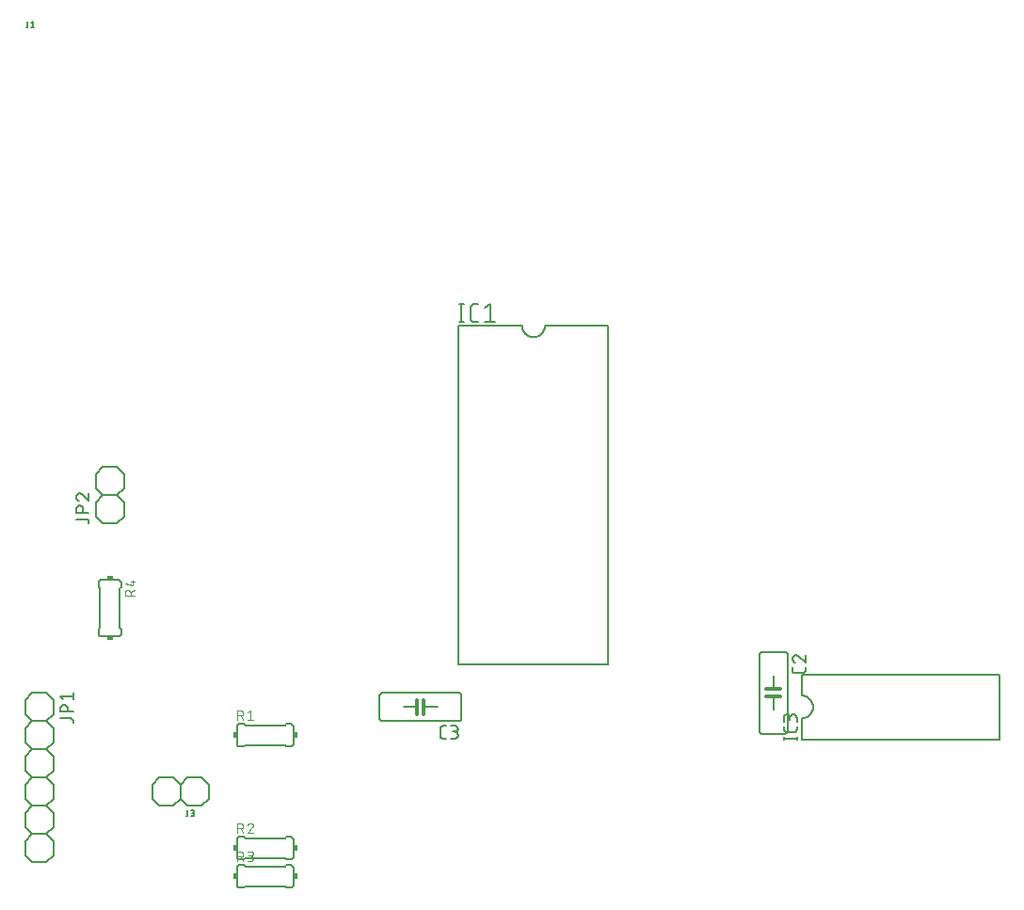
<source format=gbr>
G04 EAGLE Gerber RS-274X export*
G75*
%MOMM*%
%FSLAX34Y34*%
%LPD*%
%INSilkscreen Top*%
%IPPOS*%
%AMOC8*
5,1,8,0,0,1.08239X$1,22.5*%
G01*
%ADD10C,0.304800*%
%ADD11C,0.152400*%
%ADD12C,0.127000*%
%ADD13C,0.177800*%
%ADD14R,0.381000X0.508000*%
%ADD15C,0.101600*%
%ADD16R,0.508000X0.381000*%


D10*
X692150Y193548D02*
X685800Y193548D01*
X679450Y193548D01*
D11*
X685800Y193548D02*
X685800Y205740D01*
D10*
X685800Y187198D02*
X692150Y187198D01*
X685800Y187198D02*
X679450Y187198D01*
D11*
X685800Y187198D02*
X685800Y175260D01*
X695960Y227330D02*
X675640Y227330D01*
X673100Y224790D02*
X673100Y156210D01*
X675640Y153670D02*
X695960Y153670D01*
X698500Y156210D02*
X698500Y224790D01*
X698500Y156210D02*
X698498Y156110D01*
X698492Y156011D01*
X698482Y155911D01*
X698469Y155813D01*
X698451Y155714D01*
X698430Y155617D01*
X698405Y155521D01*
X698376Y155425D01*
X698343Y155331D01*
X698307Y155238D01*
X698267Y155147D01*
X698223Y155057D01*
X698176Y154969D01*
X698126Y154883D01*
X698072Y154799D01*
X698015Y154717D01*
X697955Y154638D01*
X697891Y154560D01*
X697825Y154486D01*
X697756Y154414D01*
X697684Y154345D01*
X697610Y154279D01*
X697532Y154215D01*
X697453Y154155D01*
X697371Y154098D01*
X697287Y154044D01*
X697201Y153994D01*
X697113Y153947D01*
X697023Y153903D01*
X696932Y153863D01*
X696839Y153827D01*
X696745Y153794D01*
X696649Y153765D01*
X696553Y153740D01*
X696456Y153719D01*
X696357Y153701D01*
X696259Y153688D01*
X696159Y153678D01*
X696060Y153672D01*
X695960Y153670D01*
X675640Y153670D02*
X675540Y153672D01*
X675441Y153678D01*
X675341Y153688D01*
X675243Y153701D01*
X675144Y153719D01*
X675047Y153740D01*
X674951Y153765D01*
X674855Y153794D01*
X674761Y153827D01*
X674668Y153863D01*
X674577Y153903D01*
X674487Y153947D01*
X674399Y153994D01*
X674313Y154044D01*
X674229Y154098D01*
X674147Y154155D01*
X674068Y154215D01*
X673990Y154279D01*
X673916Y154345D01*
X673844Y154414D01*
X673775Y154486D01*
X673709Y154560D01*
X673645Y154638D01*
X673585Y154717D01*
X673528Y154799D01*
X673474Y154883D01*
X673424Y154969D01*
X673377Y155057D01*
X673333Y155147D01*
X673293Y155238D01*
X673257Y155331D01*
X673224Y155425D01*
X673195Y155521D01*
X673170Y155617D01*
X673149Y155714D01*
X673131Y155813D01*
X673118Y155911D01*
X673108Y156011D01*
X673102Y156110D01*
X673100Y156210D01*
X673100Y224790D02*
X673102Y224890D01*
X673108Y224989D01*
X673118Y225089D01*
X673131Y225187D01*
X673149Y225286D01*
X673170Y225383D01*
X673195Y225479D01*
X673224Y225575D01*
X673257Y225669D01*
X673293Y225762D01*
X673333Y225853D01*
X673377Y225943D01*
X673424Y226031D01*
X673474Y226117D01*
X673528Y226201D01*
X673585Y226283D01*
X673645Y226362D01*
X673709Y226440D01*
X673775Y226514D01*
X673844Y226586D01*
X673916Y226655D01*
X673990Y226721D01*
X674068Y226785D01*
X674147Y226845D01*
X674229Y226902D01*
X674313Y226956D01*
X674399Y227006D01*
X674487Y227053D01*
X674577Y227097D01*
X674668Y227137D01*
X674761Y227173D01*
X674855Y227206D01*
X674951Y227235D01*
X675047Y227260D01*
X675144Y227281D01*
X675243Y227299D01*
X675341Y227312D01*
X675441Y227322D01*
X675540Y227328D01*
X675640Y227330D01*
X695960Y227330D02*
X696060Y227328D01*
X696159Y227322D01*
X696259Y227312D01*
X696357Y227299D01*
X696456Y227281D01*
X696553Y227260D01*
X696649Y227235D01*
X696745Y227206D01*
X696839Y227173D01*
X696932Y227137D01*
X697023Y227097D01*
X697113Y227053D01*
X697201Y227006D01*
X697287Y226956D01*
X697371Y226902D01*
X697453Y226845D01*
X697532Y226785D01*
X697610Y226721D01*
X697684Y226655D01*
X697756Y226586D01*
X697825Y226514D01*
X697891Y226440D01*
X697955Y226362D01*
X698015Y226283D01*
X698072Y226201D01*
X698126Y226117D01*
X698176Y226031D01*
X698223Y225943D01*
X698267Y225853D01*
X698307Y225762D01*
X698343Y225669D01*
X698376Y225575D01*
X698405Y225479D01*
X698430Y225383D01*
X698451Y225286D01*
X698469Y225187D01*
X698482Y225089D01*
X698492Y224989D01*
X698498Y224890D01*
X698500Y224790D01*
D12*
X714375Y213323D02*
X714375Y210783D01*
X714373Y210683D01*
X714367Y210584D01*
X714357Y210484D01*
X714344Y210386D01*
X714326Y210287D01*
X714305Y210190D01*
X714280Y210094D01*
X714251Y209998D01*
X714218Y209904D01*
X714182Y209811D01*
X714142Y209720D01*
X714098Y209630D01*
X714051Y209542D01*
X714001Y209456D01*
X713947Y209372D01*
X713890Y209290D01*
X713830Y209211D01*
X713766Y209133D01*
X713700Y209059D01*
X713631Y208987D01*
X713559Y208918D01*
X713485Y208852D01*
X713407Y208788D01*
X713328Y208728D01*
X713246Y208671D01*
X713162Y208617D01*
X713076Y208567D01*
X712988Y208520D01*
X712898Y208476D01*
X712807Y208436D01*
X712714Y208400D01*
X712620Y208367D01*
X712524Y208338D01*
X712428Y208313D01*
X712331Y208292D01*
X712232Y208274D01*
X712134Y208261D01*
X712034Y208251D01*
X711935Y208245D01*
X711835Y208243D01*
X705485Y208243D01*
X705385Y208245D01*
X705286Y208251D01*
X705186Y208261D01*
X705088Y208274D01*
X704989Y208292D01*
X704892Y208313D01*
X704796Y208338D01*
X704700Y208367D01*
X704606Y208400D01*
X704513Y208436D01*
X704422Y208476D01*
X704332Y208520D01*
X704244Y208567D01*
X704158Y208617D01*
X704074Y208671D01*
X703992Y208728D01*
X703913Y208788D01*
X703835Y208852D01*
X703761Y208918D01*
X703689Y208987D01*
X703620Y209059D01*
X703554Y209133D01*
X703490Y209211D01*
X703430Y209290D01*
X703373Y209372D01*
X703319Y209456D01*
X703269Y209542D01*
X703222Y209630D01*
X703178Y209720D01*
X703138Y209811D01*
X703102Y209904D01*
X703069Y209998D01*
X703040Y210094D01*
X703015Y210190D01*
X702994Y210287D01*
X702976Y210386D01*
X702963Y210484D01*
X702953Y210584D01*
X702947Y210683D01*
X702945Y210783D01*
X702945Y213323D01*
X702945Y221298D02*
X702947Y221402D01*
X702953Y221507D01*
X702962Y221611D01*
X702975Y221714D01*
X702993Y221817D01*
X703013Y221919D01*
X703038Y222021D01*
X703066Y222121D01*
X703098Y222221D01*
X703134Y222319D01*
X703173Y222416D01*
X703215Y222511D01*
X703261Y222605D01*
X703311Y222697D01*
X703363Y222787D01*
X703419Y222875D01*
X703479Y222961D01*
X703541Y223045D01*
X703606Y223126D01*
X703674Y223205D01*
X703746Y223282D01*
X703819Y223355D01*
X703896Y223427D01*
X703975Y223495D01*
X704056Y223560D01*
X704140Y223622D01*
X704226Y223682D01*
X704314Y223738D01*
X704404Y223790D01*
X704496Y223840D01*
X704590Y223886D01*
X704685Y223928D01*
X704782Y223967D01*
X704880Y224003D01*
X704980Y224035D01*
X705080Y224063D01*
X705182Y224088D01*
X705284Y224108D01*
X705387Y224126D01*
X705490Y224139D01*
X705594Y224148D01*
X705699Y224154D01*
X705803Y224156D01*
X702945Y221298D02*
X702947Y221180D01*
X702953Y221061D01*
X702962Y220943D01*
X702975Y220826D01*
X702993Y220709D01*
X703013Y220592D01*
X703038Y220476D01*
X703066Y220361D01*
X703099Y220248D01*
X703134Y220135D01*
X703174Y220023D01*
X703216Y219913D01*
X703263Y219804D01*
X703313Y219696D01*
X703366Y219591D01*
X703423Y219487D01*
X703483Y219385D01*
X703546Y219285D01*
X703613Y219187D01*
X703682Y219091D01*
X703755Y218998D01*
X703831Y218907D01*
X703909Y218818D01*
X703991Y218732D01*
X704075Y218649D01*
X704161Y218568D01*
X704251Y218491D01*
X704342Y218416D01*
X704436Y218344D01*
X704533Y218275D01*
X704631Y218210D01*
X704732Y218147D01*
X704835Y218088D01*
X704939Y218032D01*
X705045Y217980D01*
X705153Y217931D01*
X705262Y217886D01*
X705373Y217844D01*
X705485Y217806D01*
X708025Y223203D02*
X707950Y223279D01*
X707871Y223354D01*
X707790Y223425D01*
X707706Y223494D01*
X707620Y223559D01*
X707532Y223621D01*
X707442Y223681D01*
X707350Y223737D01*
X707255Y223790D01*
X707159Y223839D01*
X707061Y223885D01*
X706962Y223928D01*
X706861Y223967D01*
X706759Y224002D01*
X706656Y224034D01*
X706552Y224062D01*
X706447Y224087D01*
X706340Y224108D01*
X706234Y224125D01*
X706127Y224138D01*
X706019Y224147D01*
X705911Y224153D01*
X705803Y224155D01*
X708025Y223203D02*
X714375Y217805D01*
X714375Y224155D01*
D10*
X371348Y177800D02*
X371348Y171450D01*
X371348Y177800D02*
X371348Y184150D01*
D11*
X371348Y177800D02*
X383540Y177800D01*
D10*
X364998Y177800D02*
X364998Y171450D01*
X364998Y177800D02*
X364998Y184150D01*
D11*
X364998Y177800D02*
X353060Y177800D01*
X405130Y167640D02*
X405130Y187960D01*
X402590Y190500D02*
X334010Y190500D01*
X331470Y187960D02*
X331470Y167640D01*
X334010Y165100D02*
X402590Y165100D01*
X334010Y165100D02*
X333910Y165102D01*
X333811Y165108D01*
X333711Y165118D01*
X333613Y165131D01*
X333514Y165149D01*
X333417Y165170D01*
X333321Y165195D01*
X333225Y165224D01*
X333131Y165257D01*
X333038Y165293D01*
X332947Y165333D01*
X332857Y165377D01*
X332769Y165424D01*
X332683Y165474D01*
X332599Y165528D01*
X332517Y165585D01*
X332438Y165645D01*
X332360Y165709D01*
X332286Y165775D01*
X332214Y165844D01*
X332145Y165916D01*
X332079Y165990D01*
X332015Y166068D01*
X331955Y166147D01*
X331898Y166229D01*
X331844Y166313D01*
X331794Y166399D01*
X331747Y166487D01*
X331703Y166577D01*
X331663Y166668D01*
X331627Y166761D01*
X331594Y166855D01*
X331565Y166951D01*
X331540Y167047D01*
X331519Y167144D01*
X331501Y167243D01*
X331488Y167341D01*
X331478Y167441D01*
X331472Y167540D01*
X331470Y167640D01*
X331470Y187960D02*
X331472Y188060D01*
X331478Y188159D01*
X331488Y188259D01*
X331501Y188357D01*
X331519Y188456D01*
X331540Y188553D01*
X331565Y188649D01*
X331594Y188745D01*
X331627Y188839D01*
X331663Y188932D01*
X331703Y189023D01*
X331747Y189113D01*
X331794Y189201D01*
X331844Y189287D01*
X331898Y189371D01*
X331955Y189453D01*
X332015Y189532D01*
X332079Y189610D01*
X332145Y189684D01*
X332214Y189756D01*
X332286Y189825D01*
X332360Y189891D01*
X332438Y189955D01*
X332517Y190015D01*
X332599Y190072D01*
X332683Y190126D01*
X332769Y190176D01*
X332857Y190223D01*
X332947Y190267D01*
X333038Y190307D01*
X333131Y190343D01*
X333225Y190376D01*
X333321Y190405D01*
X333417Y190430D01*
X333514Y190451D01*
X333613Y190469D01*
X333711Y190482D01*
X333811Y190492D01*
X333910Y190498D01*
X334010Y190500D01*
X402590Y190500D02*
X402690Y190498D01*
X402789Y190492D01*
X402889Y190482D01*
X402987Y190469D01*
X403086Y190451D01*
X403183Y190430D01*
X403279Y190405D01*
X403375Y190376D01*
X403469Y190343D01*
X403562Y190307D01*
X403653Y190267D01*
X403743Y190223D01*
X403831Y190176D01*
X403917Y190126D01*
X404001Y190072D01*
X404083Y190015D01*
X404162Y189955D01*
X404240Y189891D01*
X404314Y189825D01*
X404386Y189756D01*
X404455Y189684D01*
X404521Y189610D01*
X404585Y189532D01*
X404645Y189453D01*
X404702Y189371D01*
X404756Y189287D01*
X404806Y189201D01*
X404853Y189113D01*
X404897Y189023D01*
X404937Y188932D01*
X404973Y188839D01*
X405006Y188745D01*
X405035Y188649D01*
X405060Y188553D01*
X405081Y188456D01*
X405099Y188357D01*
X405112Y188259D01*
X405122Y188159D01*
X405128Y188060D01*
X405130Y187960D01*
X405130Y167640D02*
X405128Y167540D01*
X405122Y167441D01*
X405112Y167341D01*
X405099Y167243D01*
X405081Y167144D01*
X405060Y167047D01*
X405035Y166951D01*
X405006Y166855D01*
X404973Y166761D01*
X404937Y166668D01*
X404897Y166577D01*
X404853Y166487D01*
X404806Y166399D01*
X404756Y166313D01*
X404702Y166229D01*
X404645Y166147D01*
X404585Y166068D01*
X404521Y165990D01*
X404455Y165916D01*
X404386Y165844D01*
X404314Y165775D01*
X404240Y165709D01*
X404162Y165645D01*
X404083Y165585D01*
X404001Y165528D01*
X403917Y165474D01*
X403831Y165424D01*
X403743Y165377D01*
X403653Y165333D01*
X403562Y165293D01*
X403469Y165257D01*
X403375Y165224D01*
X403279Y165195D01*
X403183Y165170D01*
X403086Y165149D01*
X402987Y165131D01*
X402889Y165118D01*
X402789Y165108D01*
X402690Y165102D01*
X402590Y165100D01*
D12*
X391123Y149225D02*
X388583Y149225D01*
X388483Y149227D01*
X388384Y149233D01*
X388284Y149243D01*
X388186Y149256D01*
X388087Y149274D01*
X387990Y149295D01*
X387894Y149320D01*
X387798Y149349D01*
X387704Y149382D01*
X387611Y149418D01*
X387520Y149458D01*
X387430Y149502D01*
X387342Y149549D01*
X387256Y149599D01*
X387172Y149653D01*
X387090Y149710D01*
X387011Y149770D01*
X386933Y149834D01*
X386859Y149900D01*
X386787Y149969D01*
X386718Y150041D01*
X386652Y150115D01*
X386588Y150193D01*
X386528Y150272D01*
X386471Y150354D01*
X386417Y150438D01*
X386367Y150524D01*
X386320Y150612D01*
X386276Y150702D01*
X386236Y150793D01*
X386200Y150886D01*
X386167Y150980D01*
X386138Y151076D01*
X386113Y151172D01*
X386092Y151269D01*
X386074Y151368D01*
X386061Y151466D01*
X386051Y151566D01*
X386045Y151665D01*
X386043Y151765D01*
X386043Y158115D01*
X386045Y158215D01*
X386051Y158314D01*
X386061Y158414D01*
X386074Y158512D01*
X386092Y158611D01*
X386113Y158708D01*
X386138Y158804D01*
X386167Y158900D01*
X386200Y158994D01*
X386236Y159087D01*
X386276Y159178D01*
X386320Y159268D01*
X386367Y159356D01*
X386417Y159442D01*
X386471Y159526D01*
X386528Y159608D01*
X386588Y159687D01*
X386652Y159765D01*
X386718Y159839D01*
X386787Y159911D01*
X386859Y159980D01*
X386933Y160046D01*
X387011Y160110D01*
X387090Y160170D01*
X387172Y160227D01*
X387256Y160281D01*
X387342Y160331D01*
X387430Y160378D01*
X387520Y160422D01*
X387611Y160462D01*
X387704Y160498D01*
X387798Y160531D01*
X387894Y160560D01*
X387990Y160585D01*
X388087Y160606D01*
X388186Y160624D01*
X388284Y160637D01*
X388384Y160647D01*
X388483Y160653D01*
X388583Y160655D01*
X391123Y160655D01*
X395605Y149225D02*
X398780Y149225D01*
X398891Y149227D01*
X399001Y149233D01*
X399112Y149242D01*
X399222Y149256D01*
X399331Y149273D01*
X399440Y149294D01*
X399548Y149319D01*
X399655Y149348D01*
X399761Y149380D01*
X399866Y149416D01*
X399969Y149456D01*
X400071Y149499D01*
X400172Y149546D01*
X400271Y149597D01*
X400368Y149650D01*
X400462Y149707D01*
X400555Y149768D01*
X400646Y149831D01*
X400735Y149898D01*
X400821Y149968D01*
X400904Y150041D01*
X400986Y150116D01*
X401064Y150194D01*
X401139Y150276D01*
X401212Y150359D01*
X401282Y150445D01*
X401349Y150534D01*
X401412Y150625D01*
X401473Y150718D01*
X401530Y150812D01*
X401583Y150909D01*
X401634Y151008D01*
X401681Y151109D01*
X401724Y151211D01*
X401764Y151314D01*
X401800Y151419D01*
X401832Y151525D01*
X401861Y151632D01*
X401886Y151740D01*
X401907Y151849D01*
X401924Y151958D01*
X401938Y152068D01*
X401947Y152179D01*
X401953Y152289D01*
X401955Y152400D01*
X401953Y152511D01*
X401947Y152621D01*
X401938Y152732D01*
X401924Y152842D01*
X401907Y152951D01*
X401886Y153060D01*
X401861Y153168D01*
X401832Y153275D01*
X401800Y153381D01*
X401764Y153486D01*
X401724Y153589D01*
X401681Y153691D01*
X401634Y153792D01*
X401583Y153891D01*
X401530Y153987D01*
X401473Y154082D01*
X401412Y154175D01*
X401349Y154266D01*
X401282Y154355D01*
X401212Y154441D01*
X401139Y154524D01*
X401064Y154606D01*
X400986Y154684D01*
X400904Y154759D01*
X400821Y154832D01*
X400735Y154902D01*
X400646Y154969D01*
X400555Y155032D01*
X400462Y155093D01*
X400368Y155150D01*
X400271Y155203D01*
X400172Y155254D01*
X400071Y155301D01*
X399969Y155344D01*
X399866Y155384D01*
X399761Y155420D01*
X399655Y155452D01*
X399548Y155481D01*
X399440Y155506D01*
X399331Y155527D01*
X399222Y155544D01*
X399112Y155558D01*
X399001Y155567D01*
X398891Y155573D01*
X398780Y155575D01*
X399415Y160655D02*
X395605Y160655D01*
X399415Y160655D02*
X399515Y160653D01*
X399614Y160647D01*
X399714Y160637D01*
X399812Y160624D01*
X399911Y160606D01*
X400008Y160585D01*
X400104Y160560D01*
X400200Y160531D01*
X400294Y160498D01*
X400387Y160462D01*
X400478Y160422D01*
X400568Y160378D01*
X400656Y160331D01*
X400742Y160281D01*
X400826Y160227D01*
X400908Y160170D01*
X400987Y160110D01*
X401065Y160046D01*
X401139Y159980D01*
X401211Y159911D01*
X401280Y159839D01*
X401346Y159765D01*
X401410Y159687D01*
X401470Y159608D01*
X401527Y159526D01*
X401581Y159442D01*
X401631Y159356D01*
X401678Y159268D01*
X401722Y159178D01*
X401762Y159087D01*
X401798Y158994D01*
X401831Y158900D01*
X401860Y158804D01*
X401885Y158708D01*
X401906Y158611D01*
X401924Y158512D01*
X401937Y158414D01*
X401947Y158314D01*
X401953Y158215D01*
X401955Y158115D01*
X401953Y158015D01*
X401947Y157916D01*
X401937Y157816D01*
X401924Y157718D01*
X401906Y157619D01*
X401885Y157522D01*
X401860Y157426D01*
X401831Y157330D01*
X401798Y157236D01*
X401762Y157143D01*
X401722Y157052D01*
X401678Y156962D01*
X401631Y156874D01*
X401581Y156788D01*
X401527Y156704D01*
X401470Y156622D01*
X401410Y156543D01*
X401346Y156465D01*
X401280Y156391D01*
X401211Y156319D01*
X401139Y156250D01*
X401065Y156184D01*
X400987Y156120D01*
X400908Y156060D01*
X400826Y156003D01*
X400742Y155949D01*
X400656Y155899D01*
X400568Y155852D01*
X400478Y155808D01*
X400387Y155768D01*
X400294Y155732D01*
X400200Y155699D01*
X400104Y155670D01*
X400008Y155645D01*
X399911Y155624D01*
X399812Y155606D01*
X399714Y155593D01*
X399614Y155583D01*
X399515Y155577D01*
X399415Y155575D01*
X396875Y155575D01*
D11*
X480060Y520700D02*
X537210Y520700D01*
X459740Y520700D02*
X402590Y520700D01*
X459740Y520700D02*
X459743Y520453D01*
X459752Y520205D01*
X459767Y519958D01*
X459788Y519712D01*
X459815Y519466D01*
X459848Y519221D01*
X459887Y518976D01*
X459932Y518733D01*
X459983Y518491D01*
X460040Y518250D01*
X460102Y518011D01*
X460171Y517773D01*
X460245Y517537D01*
X460325Y517303D01*
X460410Y517071D01*
X460502Y516841D01*
X460598Y516613D01*
X460701Y516388D01*
X460808Y516165D01*
X460922Y515945D01*
X461040Y515728D01*
X461164Y515513D01*
X461293Y515302D01*
X461427Y515094D01*
X461566Y514889D01*
X461710Y514688D01*
X461858Y514490D01*
X462012Y514296D01*
X462170Y514106D01*
X462333Y513920D01*
X462500Y513738D01*
X462672Y513560D01*
X462848Y513386D01*
X463028Y513216D01*
X463213Y513051D01*
X463401Y512891D01*
X463593Y512735D01*
X463789Y512583D01*
X463988Y512437D01*
X464191Y512295D01*
X464398Y512159D01*
X464607Y512027D01*
X464820Y511901D01*
X465036Y511780D01*
X465254Y511664D01*
X465476Y511554D01*
X465700Y511449D01*
X465926Y511349D01*
X466155Y511255D01*
X466386Y511167D01*
X466620Y511084D01*
X466855Y511007D01*
X467092Y510936D01*
X467330Y510870D01*
X467570Y510811D01*
X467812Y510757D01*
X468055Y510709D01*
X468298Y510667D01*
X468543Y510631D01*
X468789Y510601D01*
X469035Y510577D01*
X469282Y510559D01*
X469529Y510547D01*
X469776Y510541D01*
X470024Y510541D01*
X470271Y510547D01*
X470518Y510559D01*
X470765Y510577D01*
X471011Y510601D01*
X471257Y510631D01*
X471502Y510667D01*
X471745Y510709D01*
X471988Y510757D01*
X472230Y510811D01*
X472470Y510870D01*
X472708Y510936D01*
X472945Y511007D01*
X473180Y511084D01*
X473414Y511167D01*
X473645Y511255D01*
X473874Y511349D01*
X474100Y511449D01*
X474324Y511554D01*
X474546Y511664D01*
X474764Y511780D01*
X474980Y511901D01*
X475193Y512027D01*
X475402Y512159D01*
X475609Y512295D01*
X475812Y512437D01*
X476011Y512583D01*
X476207Y512735D01*
X476399Y512891D01*
X476587Y513051D01*
X476772Y513216D01*
X476952Y513386D01*
X477128Y513560D01*
X477300Y513738D01*
X477467Y513920D01*
X477630Y514106D01*
X477788Y514296D01*
X477942Y514490D01*
X478090Y514688D01*
X478234Y514889D01*
X478373Y515094D01*
X478507Y515302D01*
X478636Y515513D01*
X478760Y515728D01*
X478878Y515945D01*
X478992Y516165D01*
X479099Y516388D01*
X479202Y516613D01*
X479298Y516841D01*
X479390Y517071D01*
X479475Y517303D01*
X479555Y517537D01*
X479629Y517773D01*
X479698Y518011D01*
X479760Y518250D01*
X479817Y518491D01*
X479868Y518733D01*
X479913Y518976D01*
X479952Y519221D01*
X479985Y519466D01*
X480012Y519712D01*
X480033Y519958D01*
X480048Y520205D01*
X480057Y520453D01*
X480060Y520700D01*
X402590Y520700D02*
X402590Y215900D01*
X537210Y215900D01*
X537210Y520700D01*
D13*
X405257Y524129D02*
X405257Y540131D01*
X403479Y524129D02*
X407035Y524129D01*
X407035Y540131D02*
X403479Y540131D01*
X416829Y524129D02*
X420385Y524129D01*
X416829Y524129D02*
X416713Y524131D01*
X416596Y524137D01*
X416480Y524146D01*
X416365Y524159D01*
X416250Y524176D01*
X416135Y524197D01*
X416022Y524222D01*
X415909Y524250D01*
X415797Y524282D01*
X415686Y524318D01*
X415576Y524357D01*
X415468Y524400D01*
X415361Y524446D01*
X415256Y524496D01*
X415153Y524549D01*
X415051Y524605D01*
X414951Y524665D01*
X414853Y524728D01*
X414758Y524795D01*
X414664Y524864D01*
X414573Y524936D01*
X414484Y525011D01*
X414398Y525090D01*
X414315Y525171D01*
X414234Y525254D01*
X414155Y525340D01*
X414080Y525429D01*
X414008Y525520D01*
X413939Y525614D01*
X413872Y525709D01*
X413809Y525807D01*
X413749Y525907D01*
X413693Y526009D01*
X413640Y526112D01*
X413590Y526217D01*
X413544Y526324D01*
X413501Y526432D01*
X413462Y526542D01*
X413426Y526653D01*
X413394Y526765D01*
X413366Y526878D01*
X413341Y526991D01*
X413320Y527106D01*
X413303Y527221D01*
X413290Y527336D01*
X413281Y527452D01*
X413275Y527569D01*
X413273Y527685D01*
X413273Y536575D01*
X413275Y536691D01*
X413281Y536808D01*
X413290Y536924D01*
X413303Y537039D01*
X413320Y537154D01*
X413341Y537269D01*
X413366Y537382D01*
X413394Y537495D01*
X413426Y537607D01*
X413462Y537718D01*
X413501Y537828D01*
X413544Y537936D01*
X413590Y538043D01*
X413640Y538148D01*
X413693Y538251D01*
X413749Y538353D01*
X413809Y538453D01*
X413872Y538551D01*
X413939Y538646D01*
X414008Y538740D01*
X414080Y538831D01*
X414155Y538920D01*
X414234Y539006D01*
X414315Y539089D01*
X414398Y539170D01*
X414484Y539249D01*
X414573Y539324D01*
X414664Y539396D01*
X414758Y539465D01*
X414853Y539532D01*
X414951Y539595D01*
X415051Y539655D01*
X415153Y539711D01*
X415256Y539764D01*
X415361Y539814D01*
X415468Y539860D01*
X415576Y539903D01*
X415686Y539942D01*
X415797Y539978D01*
X415909Y540010D01*
X416022Y540038D01*
X416135Y540063D01*
X416250Y540084D01*
X416365Y540101D01*
X416480Y540114D01*
X416596Y540123D01*
X416713Y540129D01*
X416829Y540131D01*
X420385Y540131D01*
X426343Y536575D02*
X430788Y540131D01*
X430788Y524129D01*
X426343Y524129D02*
X435233Y524129D01*
D11*
X711200Y207010D02*
X889000Y207010D01*
X889000Y148590D02*
X711200Y148590D01*
X889000Y148590D02*
X889000Y207010D01*
X711200Y207010D02*
X711200Y187960D01*
X711200Y167640D02*
X711200Y148590D01*
X711200Y167640D02*
X711447Y167643D01*
X711695Y167652D01*
X711942Y167667D01*
X712188Y167688D01*
X712434Y167715D01*
X712679Y167748D01*
X712924Y167787D01*
X713167Y167832D01*
X713409Y167883D01*
X713650Y167940D01*
X713889Y168002D01*
X714127Y168071D01*
X714363Y168145D01*
X714597Y168225D01*
X714829Y168310D01*
X715059Y168402D01*
X715287Y168498D01*
X715512Y168601D01*
X715735Y168708D01*
X715955Y168822D01*
X716172Y168940D01*
X716387Y169064D01*
X716598Y169193D01*
X716806Y169327D01*
X717011Y169466D01*
X717212Y169610D01*
X717410Y169758D01*
X717604Y169912D01*
X717794Y170070D01*
X717980Y170233D01*
X718162Y170400D01*
X718340Y170572D01*
X718514Y170748D01*
X718684Y170928D01*
X718849Y171113D01*
X719009Y171301D01*
X719165Y171493D01*
X719317Y171689D01*
X719463Y171888D01*
X719605Y172091D01*
X719741Y172298D01*
X719873Y172507D01*
X719999Y172720D01*
X720120Y172936D01*
X720236Y173154D01*
X720346Y173376D01*
X720451Y173600D01*
X720551Y173826D01*
X720645Y174055D01*
X720733Y174286D01*
X720816Y174520D01*
X720893Y174755D01*
X720964Y174992D01*
X721030Y175230D01*
X721089Y175470D01*
X721143Y175712D01*
X721191Y175955D01*
X721233Y176198D01*
X721269Y176443D01*
X721299Y176689D01*
X721323Y176935D01*
X721341Y177182D01*
X721353Y177429D01*
X721359Y177676D01*
X721359Y177924D01*
X721353Y178171D01*
X721341Y178418D01*
X721323Y178665D01*
X721299Y178911D01*
X721269Y179157D01*
X721233Y179402D01*
X721191Y179645D01*
X721143Y179888D01*
X721089Y180130D01*
X721030Y180370D01*
X720964Y180608D01*
X720893Y180845D01*
X720816Y181080D01*
X720733Y181314D01*
X720645Y181545D01*
X720551Y181774D01*
X720451Y182000D01*
X720346Y182224D01*
X720236Y182446D01*
X720120Y182664D01*
X719999Y182880D01*
X719873Y183093D01*
X719741Y183302D01*
X719605Y183509D01*
X719463Y183712D01*
X719317Y183911D01*
X719165Y184107D01*
X719009Y184299D01*
X718849Y184487D01*
X718684Y184672D01*
X718514Y184852D01*
X718340Y185028D01*
X718162Y185200D01*
X717980Y185367D01*
X717794Y185530D01*
X717604Y185688D01*
X717410Y185842D01*
X717212Y185990D01*
X717011Y186134D01*
X716806Y186273D01*
X716598Y186407D01*
X716387Y186536D01*
X716172Y186660D01*
X715955Y186778D01*
X715735Y186892D01*
X715512Y186999D01*
X715287Y187102D01*
X715059Y187198D01*
X714829Y187290D01*
X714597Y187375D01*
X714363Y187455D01*
X714127Y187529D01*
X713889Y187598D01*
X713650Y187660D01*
X713409Y187717D01*
X713167Y187768D01*
X712924Y187813D01*
X712679Y187852D01*
X712434Y187885D01*
X712188Y187912D01*
X711942Y187933D01*
X711695Y187948D01*
X711447Y187957D01*
X711200Y187960D01*
D12*
X706755Y149225D02*
X695325Y149225D01*
X706755Y147955D02*
X706755Y150495D01*
X695325Y150495D02*
X695325Y147955D01*
X706755Y157697D02*
X706755Y160237D01*
X706755Y157697D02*
X706753Y157597D01*
X706747Y157498D01*
X706737Y157398D01*
X706724Y157300D01*
X706706Y157201D01*
X706685Y157104D01*
X706660Y157008D01*
X706631Y156912D01*
X706598Y156818D01*
X706562Y156725D01*
X706522Y156634D01*
X706478Y156544D01*
X706431Y156456D01*
X706381Y156370D01*
X706327Y156286D01*
X706270Y156204D01*
X706210Y156125D01*
X706146Y156047D01*
X706080Y155973D01*
X706011Y155901D01*
X705939Y155832D01*
X705865Y155766D01*
X705787Y155702D01*
X705708Y155642D01*
X705626Y155585D01*
X705542Y155531D01*
X705456Y155481D01*
X705368Y155434D01*
X705278Y155390D01*
X705187Y155350D01*
X705094Y155314D01*
X705000Y155281D01*
X704904Y155252D01*
X704808Y155227D01*
X704711Y155206D01*
X704612Y155188D01*
X704514Y155175D01*
X704414Y155165D01*
X704315Y155159D01*
X704215Y155157D01*
X697865Y155157D01*
X697765Y155159D01*
X697666Y155165D01*
X697566Y155175D01*
X697468Y155188D01*
X697369Y155206D01*
X697272Y155227D01*
X697176Y155252D01*
X697080Y155281D01*
X696986Y155314D01*
X696893Y155350D01*
X696802Y155390D01*
X696712Y155434D01*
X696624Y155481D01*
X696538Y155531D01*
X696454Y155585D01*
X696372Y155642D01*
X696293Y155702D01*
X696215Y155766D01*
X696141Y155832D01*
X696069Y155901D01*
X696000Y155973D01*
X695934Y156047D01*
X695870Y156125D01*
X695810Y156204D01*
X695753Y156286D01*
X695699Y156370D01*
X695649Y156456D01*
X695602Y156544D01*
X695558Y156634D01*
X695518Y156725D01*
X695482Y156818D01*
X695449Y156912D01*
X695420Y157008D01*
X695395Y157104D01*
X695374Y157201D01*
X695356Y157300D01*
X695343Y157398D01*
X695333Y157498D01*
X695327Y157597D01*
X695325Y157697D01*
X695325Y160237D01*
X706755Y164719D02*
X706755Y167894D01*
X706753Y168005D01*
X706747Y168115D01*
X706738Y168226D01*
X706724Y168336D01*
X706707Y168445D01*
X706686Y168554D01*
X706661Y168662D01*
X706632Y168769D01*
X706600Y168875D01*
X706564Y168980D01*
X706524Y169083D01*
X706481Y169185D01*
X706434Y169286D01*
X706383Y169385D01*
X706330Y169482D01*
X706273Y169576D01*
X706212Y169669D01*
X706149Y169760D01*
X706082Y169849D01*
X706012Y169935D01*
X705939Y170018D01*
X705864Y170100D01*
X705786Y170178D01*
X705704Y170253D01*
X705621Y170326D01*
X705535Y170396D01*
X705446Y170463D01*
X705355Y170526D01*
X705262Y170587D01*
X705168Y170644D01*
X705071Y170697D01*
X704972Y170748D01*
X704871Y170795D01*
X704769Y170838D01*
X704666Y170878D01*
X704561Y170914D01*
X704455Y170946D01*
X704348Y170975D01*
X704240Y171000D01*
X704131Y171021D01*
X704022Y171038D01*
X703912Y171052D01*
X703801Y171061D01*
X703691Y171067D01*
X703580Y171069D01*
X703469Y171067D01*
X703359Y171061D01*
X703248Y171052D01*
X703138Y171038D01*
X703029Y171021D01*
X702920Y171000D01*
X702812Y170975D01*
X702705Y170946D01*
X702599Y170914D01*
X702494Y170878D01*
X702391Y170838D01*
X702289Y170795D01*
X702188Y170748D01*
X702089Y170697D01*
X701993Y170644D01*
X701898Y170587D01*
X701805Y170526D01*
X701714Y170463D01*
X701625Y170396D01*
X701539Y170326D01*
X701456Y170253D01*
X701374Y170178D01*
X701296Y170100D01*
X701221Y170018D01*
X701148Y169935D01*
X701078Y169849D01*
X701011Y169760D01*
X700948Y169669D01*
X700887Y169576D01*
X700830Y169482D01*
X700777Y169385D01*
X700726Y169286D01*
X700679Y169185D01*
X700636Y169083D01*
X700596Y168980D01*
X700560Y168875D01*
X700528Y168769D01*
X700499Y168662D01*
X700474Y168554D01*
X700453Y168445D01*
X700436Y168336D01*
X700422Y168226D01*
X700413Y168115D01*
X700407Y168005D01*
X700405Y167894D01*
X695325Y168529D02*
X695325Y164719D01*
X695325Y168529D02*
X695327Y168629D01*
X695333Y168728D01*
X695343Y168828D01*
X695356Y168926D01*
X695374Y169025D01*
X695395Y169122D01*
X695420Y169218D01*
X695449Y169314D01*
X695482Y169408D01*
X695518Y169501D01*
X695558Y169592D01*
X695602Y169682D01*
X695649Y169770D01*
X695699Y169856D01*
X695753Y169940D01*
X695810Y170022D01*
X695870Y170101D01*
X695934Y170179D01*
X696000Y170253D01*
X696069Y170325D01*
X696141Y170394D01*
X696215Y170460D01*
X696293Y170524D01*
X696372Y170584D01*
X696454Y170641D01*
X696538Y170695D01*
X696624Y170745D01*
X696712Y170792D01*
X696802Y170836D01*
X696893Y170876D01*
X696986Y170912D01*
X697080Y170945D01*
X697176Y170974D01*
X697272Y170999D01*
X697369Y171020D01*
X697468Y171038D01*
X697566Y171051D01*
X697666Y171061D01*
X697765Y171067D01*
X697865Y171069D01*
X697965Y171067D01*
X698064Y171061D01*
X698164Y171051D01*
X698262Y171038D01*
X698361Y171020D01*
X698458Y170999D01*
X698554Y170974D01*
X698650Y170945D01*
X698744Y170912D01*
X698837Y170876D01*
X698928Y170836D01*
X699018Y170792D01*
X699106Y170745D01*
X699192Y170695D01*
X699276Y170641D01*
X699358Y170584D01*
X699437Y170524D01*
X699515Y170460D01*
X699589Y170394D01*
X699661Y170325D01*
X699730Y170253D01*
X699796Y170179D01*
X699860Y170101D01*
X699920Y170022D01*
X699977Y169940D01*
X700031Y169856D01*
X700081Y169770D01*
X700128Y169682D01*
X700172Y169592D01*
X700212Y169501D01*
X700248Y169408D01*
X700281Y169314D01*
X700310Y169218D01*
X700335Y169122D01*
X700356Y169025D01*
X700374Y168926D01*
X700387Y168828D01*
X700397Y168728D01*
X700403Y168629D01*
X700405Y168529D01*
X700405Y165989D01*
X14944Y790377D02*
X14944Y794131D01*
X14943Y790377D02*
X14941Y790312D01*
X14935Y790248D01*
X14925Y790184D01*
X14912Y790120D01*
X14894Y790058D01*
X14873Y789997D01*
X14849Y789937D01*
X14820Y789879D01*
X14788Y789822D01*
X14753Y789768D01*
X14715Y789716D01*
X14673Y789666D01*
X14629Y789619D01*
X14582Y789575D01*
X14532Y789533D01*
X14480Y789495D01*
X14426Y789460D01*
X14369Y789428D01*
X14311Y789399D01*
X14251Y789375D01*
X14190Y789354D01*
X14128Y789336D01*
X14064Y789323D01*
X14000Y789313D01*
X13936Y789307D01*
X13871Y789305D01*
X13335Y789305D01*
X17892Y793059D02*
X19232Y794131D01*
X19232Y789305D01*
X17892Y789305D02*
X20573Y789305D01*
D11*
X158750Y88900D02*
X171450Y88900D01*
X158750Y88900D02*
X152400Y95250D01*
X152400Y107950D01*
X158750Y114300D01*
X177800Y107950D02*
X177800Y95250D01*
X171450Y88900D01*
X177800Y107950D02*
X171450Y114300D01*
X158750Y114300D01*
X152400Y95250D02*
X146050Y88900D01*
X133350Y88900D01*
X127000Y95250D01*
X127000Y107950D01*
X133350Y114300D01*
X146050Y114300D01*
X152400Y107950D01*
D12*
X158836Y84455D02*
X158836Y80701D01*
X158834Y80636D01*
X158828Y80572D01*
X158818Y80508D01*
X158805Y80444D01*
X158787Y80382D01*
X158766Y80321D01*
X158742Y80261D01*
X158713Y80203D01*
X158681Y80146D01*
X158646Y80092D01*
X158608Y80040D01*
X158566Y79990D01*
X158522Y79943D01*
X158475Y79899D01*
X158425Y79857D01*
X158373Y79819D01*
X158319Y79784D01*
X158262Y79752D01*
X158204Y79723D01*
X158144Y79699D01*
X158083Y79678D01*
X158021Y79660D01*
X157957Y79647D01*
X157893Y79637D01*
X157829Y79631D01*
X157764Y79629D01*
X157227Y79629D01*
X161784Y79629D02*
X163124Y79629D01*
X163195Y79631D01*
X163267Y79637D01*
X163337Y79646D01*
X163407Y79659D01*
X163477Y79676D01*
X163545Y79697D01*
X163612Y79721D01*
X163678Y79749D01*
X163742Y79780D01*
X163805Y79815D01*
X163865Y79853D01*
X163924Y79894D01*
X163980Y79938D01*
X164034Y79985D01*
X164085Y80034D01*
X164133Y80087D01*
X164179Y80142D01*
X164221Y80199D01*
X164261Y80259D01*
X164297Y80320D01*
X164330Y80384D01*
X164359Y80449D01*
X164385Y80515D01*
X164408Y80583D01*
X164427Y80652D01*
X164442Y80722D01*
X164453Y80792D01*
X164461Y80863D01*
X164465Y80934D01*
X164465Y81006D01*
X164461Y81077D01*
X164453Y81148D01*
X164442Y81218D01*
X164427Y81288D01*
X164408Y81357D01*
X164385Y81425D01*
X164359Y81491D01*
X164330Y81556D01*
X164297Y81620D01*
X164261Y81681D01*
X164221Y81741D01*
X164179Y81798D01*
X164133Y81853D01*
X164085Y81906D01*
X164034Y81955D01*
X163980Y82002D01*
X163924Y82046D01*
X163865Y82087D01*
X163805Y82125D01*
X163742Y82160D01*
X163678Y82191D01*
X163612Y82219D01*
X163545Y82243D01*
X163477Y82264D01*
X163407Y82281D01*
X163337Y82294D01*
X163267Y82303D01*
X163195Y82309D01*
X163124Y82311D01*
X163393Y84455D02*
X161784Y84455D01*
X163393Y84455D02*
X163458Y84453D01*
X163522Y84447D01*
X163586Y84437D01*
X163650Y84424D01*
X163712Y84406D01*
X163773Y84385D01*
X163833Y84361D01*
X163891Y84332D01*
X163948Y84300D01*
X164002Y84265D01*
X164054Y84227D01*
X164104Y84185D01*
X164151Y84141D01*
X164195Y84094D01*
X164237Y84044D01*
X164275Y83992D01*
X164310Y83938D01*
X164342Y83881D01*
X164371Y83823D01*
X164395Y83763D01*
X164416Y83702D01*
X164434Y83640D01*
X164447Y83576D01*
X164457Y83512D01*
X164463Y83448D01*
X164465Y83383D01*
X164463Y83318D01*
X164457Y83254D01*
X164447Y83190D01*
X164434Y83126D01*
X164416Y83064D01*
X164395Y83003D01*
X164371Y82943D01*
X164342Y82885D01*
X164310Y82828D01*
X164275Y82774D01*
X164237Y82722D01*
X164195Y82672D01*
X164151Y82625D01*
X164104Y82581D01*
X164054Y82539D01*
X164002Y82501D01*
X163948Y82466D01*
X163891Y82434D01*
X163833Y82405D01*
X163773Y82381D01*
X163712Y82360D01*
X163650Y82342D01*
X163586Y82329D01*
X163522Y82319D01*
X163458Y82313D01*
X163393Y82311D01*
X163393Y82310D02*
X162320Y82310D01*
D11*
X203200Y160020D02*
X203202Y160120D01*
X203208Y160219D01*
X203218Y160319D01*
X203231Y160417D01*
X203249Y160516D01*
X203270Y160613D01*
X203295Y160709D01*
X203324Y160805D01*
X203357Y160899D01*
X203393Y160992D01*
X203433Y161083D01*
X203477Y161173D01*
X203524Y161261D01*
X203574Y161347D01*
X203628Y161431D01*
X203685Y161513D01*
X203745Y161592D01*
X203809Y161670D01*
X203875Y161744D01*
X203944Y161816D01*
X204016Y161885D01*
X204090Y161951D01*
X204168Y162015D01*
X204247Y162075D01*
X204329Y162132D01*
X204413Y162186D01*
X204499Y162236D01*
X204587Y162283D01*
X204677Y162327D01*
X204768Y162367D01*
X204861Y162403D01*
X204955Y162436D01*
X205051Y162465D01*
X205147Y162490D01*
X205244Y162511D01*
X205343Y162529D01*
X205441Y162542D01*
X205541Y162552D01*
X205640Y162558D01*
X205740Y162560D01*
X203200Y144780D02*
X203202Y144680D01*
X203208Y144581D01*
X203218Y144481D01*
X203231Y144383D01*
X203249Y144284D01*
X203270Y144187D01*
X203295Y144091D01*
X203324Y143995D01*
X203357Y143901D01*
X203393Y143808D01*
X203433Y143717D01*
X203477Y143627D01*
X203524Y143539D01*
X203574Y143453D01*
X203628Y143369D01*
X203685Y143287D01*
X203745Y143208D01*
X203809Y143130D01*
X203875Y143056D01*
X203944Y142984D01*
X204016Y142915D01*
X204090Y142849D01*
X204168Y142785D01*
X204247Y142725D01*
X204329Y142668D01*
X204413Y142614D01*
X204499Y142564D01*
X204587Y142517D01*
X204677Y142473D01*
X204768Y142433D01*
X204861Y142397D01*
X204955Y142364D01*
X205051Y142335D01*
X205147Y142310D01*
X205244Y142289D01*
X205343Y142271D01*
X205441Y142258D01*
X205541Y142248D01*
X205640Y142242D01*
X205740Y142240D01*
X251460Y142240D02*
X251560Y142242D01*
X251659Y142248D01*
X251759Y142258D01*
X251857Y142271D01*
X251956Y142289D01*
X252053Y142310D01*
X252149Y142335D01*
X252245Y142364D01*
X252339Y142397D01*
X252432Y142433D01*
X252523Y142473D01*
X252613Y142517D01*
X252701Y142564D01*
X252787Y142614D01*
X252871Y142668D01*
X252953Y142725D01*
X253032Y142785D01*
X253110Y142849D01*
X253184Y142915D01*
X253256Y142984D01*
X253325Y143056D01*
X253391Y143130D01*
X253455Y143208D01*
X253515Y143287D01*
X253572Y143369D01*
X253626Y143453D01*
X253676Y143539D01*
X253723Y143627D01*
X253767Y143717D01*
X253807Y143808D01*
X253843Y143901D01*
X253876Y143995D01*
X253905Y144091D01*
X253930Y144187D01*
X253951Y144284D01*
X253969Y144383D01*
X253982Y144481D01*
X253992Y144581D01*
X253998Y144680D01*
X254000Y144780D01*
X254000Y160020D02*
X253998Y160120D01*
X253992Y160219D01*
X253982Y160319D01*
X253969Y160417D01*
X253951Y160516D01*
X253930Y160613D01*
X253905Y160709D01*
X253876Y160805D01*
X253843Y160899D01*
X253807Y160992D01*
X253767Y161083D01*
X253723Y161173D01*
X253676Y161261D01*
X253626Y161347D01*
X253572Y161431D01*
X253515Y161513D01*
X253455Y161592D01*
X253391Y161670D01*
X253325Y161744D01*
X253256Y161816D01*
X253184Y161885D01*
X253110Y161951D01*
X253032Y162015D01*
X252953Y162075D01*
X252871Y162132D01*
X252787Y162186D01*
X252701Y162236D01*
X252613Y162283D01*
X252523Y162327D01*
X252432Y162367D01*
X252339Y162403D01*
X252245Y162436D01*
X252149Y162465D01*
X252053Y162490D01*
X251956Y162511D01*
X251857Y162529D01*
X251759Y162542D01*
X251659Y162552D01*
X251560Y162558D01*
X251460Y162560D01*
X203200Y160020D02*
X203200Y144780D01*
X205740Y162560D02*
X209550Y162560D01*
X210820Y161290D01*
X209550Y142240D02*
X205740Y142240D01*
X209550Y142240D02*
X210820Y143510D01*
X246380Y161290D02*
X247650Y162560D01*
X246380Y161290D02*
X210820Y161290D01*
X246380Y143510D02*
X247650Y142240D01*
X246380Y143510D02*
X210820Y143510D01*
X247650Y162560D02*
X251460Y162560D01*
X251460Y142240D02*
X247650Y142240D01*
X254000Y144780D02*
X254000Y160020D01*
D14*
X255905Y152400D03*
X201295Y152400D03*
D15*
X203708Y165862D02*
X203708Y174752D01*
X206177Y174752D01*
X206275Y174750D01*
X206373Y174744D01*
X206471Y174734D01*
X206568Y174721D01*
X206665Y174703D01*
X206761Y174682D01*
X206855Y174657D01*
X206949Y174628D01*
X207042Y174596D01*
X207133Y174559D01*
X207223Y174520D01*
X207311Y174476D01*
X207397Y174429D01*
X207482Y174379D01*
X207564Y174326D01*
X207644Y174269D01*
X207722Y174209D01*
X207797Y174146D01*
X207870Y174080D01*
X207940Y174011D01*
X208007Y173940D01*
X208072Y173866D01*
X208133Y173789D01*
X208192Y173710D01*
X208247Y173629D01*
X208299Y173546D01*
X208347Y173460D01*
X208392Y173373D01*
X208434Y173284D01*
X208472Y173194D01*
X208506Y173102D01*
X208537Y173009D01*
X208564Y172914D01*
X208587Y172819D01*
X208607Y172722D01*
X208622Y172626D01*
X208634Y172528D01*
X208642Y172430D01*
X208646Y172332D01*
X208646Y172234D01*
X208642Y172136D01*
X208634Y172038D01*
X208622Y171940D01*
X208607Y171844D01*
X208587Y171747D01*
X208564Y171652D01*
X208537Y171557D01*
X208506Y171464D01*
X208472Y171372D01*
X208434Y171282D01*
X208392Y171193D01*
X208347Y171106D01*
X208299Y171020D01*
X208247Y170937D01*
X208192Y170856D01*
X208133Y170777D01*
X208072Y170700D01*
X208007Y170626D01*
X207940Y170555D01*
X207870Y170486D01*
X207797Y170420D01*
X207722Y170357D01*
X207644Y170297D01*
X207564Y170240D01*
X207482Y170187D01*
X207397Y170137D01*
X207311Y170090D01*
X207223Y170046D01*
X207133Y170007D01*
X207042Y169970D01*
X206949Y169938D01*
X206855Y169909D01*
X206761Y169884D01*
X206665Y169863D01*
X206568Y169845D01*
X206471Y169832D01*
X206373Y169822D01*
X206275Y169816D01*
X206177Y169814D01*
X206177Y169813D02*
X203708Y169813D01*
X206671Y169813D02*
X208647Y165862D01*
X212558Y172776D02*
X215027Y174752D01*
X215027Y165862D01*
X212558Y165862D02*
X217497Y165862D01*
D11*
X205740Y60960D02*
X205640Y60958D01*
X205541Y60952D01*
X205441Y60942D01*
X205343Y60929D01*
X205244Y60911D01*
X205147Y60890D01*
X205051Y60865D01*
X204955Y60836D01*
X204861Y60803D01*
X204768Y60767D01*
X204677Y60727D01*
X204587Y60683D01*
X204499Y60636D01*
X204413Y60586D01*
X204329Y60532D01*
X204247Y60475D01*
X204168Y60415D01*
X204090Y60351D01*
X204016Y60285D01*
X203944Y60216D01*
X203875Y60144D01*
X203809Y60070D01*
X203745Y59992D01*
X203685Y59913D01*
X203628Y59831D01*
X203574Y59747D01*
X203524Y59661D01*
X203477Y59573D01*
X203433Y59483D01*
X203393Y59392D01*
X203357Y59299D01*
X203324Y59205D01*
X203295Y59109D01*
X203270Y59013D01*
X203249Y58916D01*
X203231Y58817D01*
X203218Y58719D01*
X203208Y58619D01*
X203202Y58520D01*
X203200Y58420D01*
X203200Y43180D02*
X203202Y43080D01*
X203208Y42981D01*
X203218Y42881D01*
X203231Y42783D01*
X203249Y42684D01*
X203270Y42587D01*
X203295Y42491D01*
X203324Y42395D01*
X203357Y42301D01*
X203393Y42208D01*
X203433Y42117D01*
X203477Y42027D01*
X203524Y41939D01*
X203574Y41853D01*
X203628Y41769D01*
X203685Y41687D01*
X203745Y41608D01*
X203809Y41530D01*
X203875Y41456D01*
X203944Y41384D01*
X204016Y41315D01*
X204090Y41249D01*
X204168Y41185D01*
X204247Y41125D01*
X204329Y41068D01*
X204413Y41014D01*
X204499Y40964D01*
X204587Y40917D01*
X204677Y40873D01*
X204768Y40833D01*
X204861Y40797D01*
X204955Y40764D01*
X205051Y40735D01*
X205147Y40710D01*
X205244Y40689D01*
X205343Y40671D01*
X205441Y40658D01*
X205541Y40648D01*
X205640Y40642D01*
X205740Y40640D01*
X251460Y40640D02*
X251560Y40642D01*
X251659Y40648D01*
X251759Y40658D01*
X251857Y40671D01*
X251956Y40689D01*
X252053Y40710D01*
X252149Y40735D01*
X252245Y40764D01*
X252339Y40797D01*
X252432Y40833D01*
X252523Y40873D01*
X252613Y40917D01*
X252701Y40964D01*
X252787Y41014D01*
X252871Y41068D01*
X252953Y41125D01*
X253032Y41185D01*
X253110Y41249D01*
X253184Y41315D01*
X253256Y41384D01*
X253325Y41456D01*
X253391Y41530D01*
X253455Y41608D01*
X253515Y41687D01*
X253572Y41769D01*
X253626Y41853D01*
X253676Y41939D01*
X253723Y42027D01*
X253767Y42117D01*
X253807Y42208D01*
X253843Y42301D01*
X253876Y42395D01*
X253905Y42491D01*
X253930Y42587D01*
X253951Y42684D01*
X253969Y42783D01*
X253982Y42881D01*
X253992Y42981D01*
X253998Y43080D01*
X254000Y43180D01*
X254000Y58420D02*
X253998Y58520D01*
X253992Y58619D01*
X253982Y58719D01*
X253969Y58817D01*
X253951Y58916D01*
X253930Y59013D01*
X253905Y59109D01*
X253876Y59205D01*
X253843Y59299D01*
X253807Y59392D01*
X253767Y59483D01*
X253723Y59573D01*
X253676Y59661D01*
X253626Y59747D01*
X253572Y59831D01*
X253515Y59913D01*
X253455Y59992D01*
X253391Y60070D01*
X253325Y60144D01*
X253256Y60216D01*
X253184Y60285D01*
X253110Y60351D01*
X253032Y60415D01*
X252953Y60475D01*
X252871Y60532D01*
X252787Y60586D01*
X252701Y60636D01*
X252613Y60683D01*
X252523Y60727D01*
X252432Y60767D01*
X252339Y60803D01*
X252245Y60836D01*
X252149Y60865D01*
X252053Y60890D01*
X251956Y60911D01*
X251857Y60929D01*
X251759Y60942D01*
X251659Y60952D01*
X251560Y60958D01*
X251460Y60960D01*
X203200Y58420D02*
X203200Y43180D01*
X205740Y60960D02*
X209550Y60960D01*
X210820Y59690D01*
X209550Y40640D02*
X205740Y40640D01*
X209550Y40640D02*
X210820Y41910D01*
X246380Y59690D02*
X247650Y60960D01*
X246380Y59690D02*
X210820Y59690D01*
X246380Y41910D02*
X247650Y40640D01*
X246380Y41910D02*
X210820Y41910D01*
X247650Y60960D02*
X251460Y60960D01*
X251460Y40640D02*
X247650Y40640D01*
X254000Y43180D02*
X254000Y58420D01*
D14*
X255905Y50800D03*
X201295Y50800D03*
D15*
X203708Y64262D02*
X203708Y73152D01*
X206177Y73152D01*
X206275Y73150D01*
X206373Y73144D01*
X206471Y73134D01*
X206568Y73121D01*
X206665Y73103D01*
X206761Y73082D01*
X206855Y73057D01*
X206949Y73028D01*
X207042Y72996D01*
X207133Y72959D01*
X207223Y72920D01*
X207311Y72876D01*
X207397Y72829D01*
X207482Y72779D01*
X207564Y72726D01*
X207644Y72669D01*
X207722Y72609D01*
X207797Y72546D01*
X207870Y72480D01*
X207940Y72411D01*
X208007Y72340D01*
X208072Y72266D01*
X208133Y72189D01*
X208192Y72110D01*
X208247Y72029D01*
X208299Y71946D01*
X208347Y71860D01*
X208392Y71773D01*
X208434Y71684D01*
X208472Y71594D01*
X208506Y71502D01*
X208537Y71409D01*
X208564Y71314D01*
X208587Y71219D01*
X208607Y71122D01*
X208622Y71026D01*
X208634Y70928D01*
X208642Y70830D01*
X208646Y70732D01*
X208646Y70634D01*
X208642Y70536D01*
X208634Y70438D01*
X208622Y70340D01*
X208607Y70244D01*
X208587Y70147D01*
X208564Y70052D01*
X208537Y69957D01*
X208506Y69864D01*
X208472Y69772D01*
X208434Y69682D01*
X208392Y69593D01*
X208347Y69506D01*
X208299Y69420D01*
X208247Y69337D01*
X208192Y69256D01*
X208133Y69177D01*
X208072Y69100D01*
X208007Y69026D01*
X207940Y68955D01*
X207870Y68886D01*
X207797Y68820D01*
X207722Y68757D01*
X207644Y68697D01*
X207564Y68640D01*
X207482Y68587D01*
X207397Y68537D01*
X207311Y68490D01*
X207223Y68446D01*
X207133Y68407D01*
X207042Y68370D01*
X206949Y68338D01*
X206855Y68309D01*
X206761Y68284D01*
X206665Y68263D01*
X206568Y68245D01*
X206471Y68232D01*
X206373Y68222D01*
X206275Y68216D01*
X206177Y68214D01*
X206177Y68213D02*
X203708Y68213D01*
X206671Y68213D02*
X208647Y64262D01*
X217497Y70930D02*
X217495Y71022D01*
X217489Y71114D01*
X217480Y71205D01*
X217467Y71296D01*
X217450Y71386D01*
X217429Y71476D01*
X217405Y71564D01*
X217377Y71652D01*
X217345Y71738D01*
X217310Y71823D01*
X217271Y71906D01*
X217229Y71988D01*
X217184Y72068D01*
X217135Y72146D01*
X217083Y72222D01*
X217028Y72295D01*
X216970Y72367D01*
X216910Y72436D01*
X216846Y72502D01*
X216780Y72566D01*
X216711Y72626D01*
X216639Y72684D01*
X216566Y72739D01*
X216490Y72791D01*
X216412Y72840D01*
X216332Y72885D01*
X216250Y72927D01*
X216167Y72966D01*
X216082Y73001D01*
X215996Y73033D01*
X215908Y73061D01*
X215820Y73085D01*
X215730Y73106D01*
X215640Y73123D01*
X215549Y73136D01*
X215458Y73145D01*
X215366Y73151D01*
X215274Y73153D01*
X215274Y73152D02*
X215168Y73150D01*
X215063Y73144D01*
X214958Y73134D01*
X214853Y73121D01*
X214749Y73103D01*
X214646Y73082D01*
X214543Y73057D01*
X214441Y73028D01*
X214341Y72995D01*
X214242Y72959D01*
X214144Y72919D01*
X214048Y72875D01*
X213953Y72828D01*
X213861Y72778D01*
X213770Y72724D01*
X213681Y72666D01*
X213595Y72606D01*
X213511Y72542D01*
X213429Y72476D01*
X213349Y72406D01*
X213273Y72333D01*
X213199Y72258D01*
X213128Y72180D01*
X213060Y72099D01*
X212994Y72016D01*
X212932Y71930D01*
X212874Y71843D01*
X212818Y71753D01*
X212766Y71661D01*
X212717Y71567D01*
X212672Y71472D01*
X212630Y71375D01*
X212592Y71276D01*
X212558Y71177D01*
X216756Y69201D02*
X216825Y69270D01*
X216891Y69340D01*
X216954Y69414D01*
X217013Y69490D01*
X217070Y69568D01*
X217124Y69648D01*
X217174Y69731D01*
X217221Y69815D01*
X217264Y69902D01*
X217304Y69990D01*
X217340Y70079D01*
X217373Y70170D01*
X217402Y70262D01*
X217427Y70356D01*
X217448Y70450D01*
X217466Y70545D01*
X217479Y70641D01*
X217489Y70737D01*
X217495Y70833D01*
X217497Y70930D01*
X216756Y69201D02*
X212558Y64262D01*
X217497Y64262D01*
D11*
X205740Y35560D02*
X205640Y35558D01*
X205541Y35552D01*
X205441Y35542D01*
X205343Y35529D01*
X205244Y35511D01*
X205147Y35490D01*
X205051Y35465D01*
X204955Y35436D01*
X204861Y35403D01*
X204768Y35367D01*
X204677Y35327D01*
X204587Y35283D01*
X204499Y35236D01*
X204413Y35186D01*
X204329Y35132D01*
X204247Y35075D01*
X204168Y35015D01*
X204090Y34951D01*
X204016Y34885D01*
X203944Y34816D01*
X203875Y34744D01*
X203809Y34670D01*
X203745Y34592D01*
X203685Y34513D01*
X203628Y34431D01*
X203574Y34347D01*
X203524Y34261D01*
X203477Y34173D01*
X203433Y34083D01*
X203393Y33992D01*
X203357Y33899D01*
X203324Y33805D01*
X203295Y33709D01*
X203270Y33613D01*
X203249Y33516D01*
X203231Y33417D01*
X203218Y33319D01*
X203208Y33219D01*
X203202Y33120D01*
X203200Y33020D01*
X203200Y17780D02*
X203202Y17680D01*
X203208Y17581D01*
X203218Y17481D01*
X203231Y17383D01*
X203249Y17284D01*
X203270Y17187D01*
X203295Y17091D01*
X203324Y16995D01*
X203357Y16901D01*
X203393Y16808D01*
X203433Y16717D01*
X203477Y16627D01*
X203524Y16539D01*
X203574Y16453D01*
X203628Y16369D01*
X203685Y16287D01*
X203745Y16208D01*
X203809Y16130D01*
X203875Y16056D01*
X203944Y15984D01*
X204016Y15915D01*
X204090Y15849D01*
X204168Y15785D01*
X204247Y15725D01*
X204329Y15668D01*
X204413Y15614D01*
X204499Y15564D01*
X204587Y15517D01*
X204677Y15473D01*
X204768Y15433D01*
X204861Y15397D01*
X204955Y15364D01*
X205051Y15335D01*
X205147Y15310D01*
X205244Y15289D01*
X205343Y15271D01*
X205441Y15258D01*
X205541Y15248D01*
X205640Y15242D01*
X205740Y15240D01*
X251460Y15240D02*
X251560Y15242D01*
X251659Y15248D01*
X251759Y15258D01*
X251857Y15271D01*
X251956Y15289D01*
X252053Y15310D01*
X252149Y15335D01*
X252245Y15364D01*
X252339Y15397D01*
X252432Y15433D01*
X252523Y15473D01*
X252613Y15517D01*
X252701Y15564D01*
X252787Y15614D01*
X252871Y15668D01*
X252953Y15725D01*
X253032Y15785D01*
X253110Y15849D01*
X253184Y15915D01*
X253256Y15984D01*
X253325Y16056D01*
X253391Y16130D01*
X253455Y16208D01*
X253515Y16287D01*
X253572Y16369D01*
X253626Y16453D01*
X253676Y16539D01*
X253723Y16627D01*
X253767Y16717D01*
X253807Y16808D01*
X253843Y16901D01*
X253876Y16995D01*
X253905Y17091D01*
X253930Y17187D01*
X253951Y17284D01*
X253969Y17383D01*
X253982Y17481D01*
X253992Y17581D01*
X253998Y17680D01*
X254000Y17780D01*
X254000Y33020D02*
X253998Y33120D01*
X253992Y33219D01*
X253982Y33319D01*
X253969Y33417D01*
X253951Y33516D01*
X253930Y33613D01*
X253905Y33709D01*
X253876Y33805D01*
X253843Y33899D01*
X253807Y33992D01*
X253767Y34083D01*
X253723Y34173D01*
X253676Y34261D01*
X253626Y34347D01*
X253572Y34431D01*
X253515Y34513D01*
X253455Y34592D01*
X253391Y34670D01*
X253325Y34744D01*
X253256Y34816D01*
X253184Y34885D01*
X253110Y34951D01*
X253032Y35015D01*
X252953Y35075D01*
X252871Y35132D01*
X252787Y35186D01*
X252701Y35236D01*
X252613Y35283D01*
X252523Y35327D01*
X252432Y35367D01*
X252339Y35403D01*
X252245Y35436D01*
X252149Y35465D01*
X252053Y35490D01*
X251956Y35511D01*
X251857Y35529D01*
X251759Y35542D01*
X251659Y35552D01*
X251560Y35558D01*
X251460Y35560D01*
X203200Y33020D02*
X203200Y17780D01*
X205740Y35560D02*
X209550Y35560D01*
X210820Y34290D01*
X209550Y15240D02*
X205740Y15240D01*
X209550Y15240D02*
X210820Y16510D01*
X246380Y34290D02*
X247650Y35560D01*
X246380Y34290D02*
X210820Y34290D01*
X246380Y16510D02*
X247650Y15240D01*
X246380Y16510D02*
X210820Y16510D01*
X247650Y35560D02*
X251460Y35560D01*
X251460Y15240D02*
X247650Y15240D01*
X254000Y17780D02*
X254000Y33020D01*
D14*
X255905Y25400D03*
X201295Y25400D03*
D15*
X203708Y38862D02*
X203708Y47752D01*
X206177Y47752D01*
X206275Y47750D01*
X206373Y47744D01*
X206471Y47734D01*
X206568Y47721D01*
X206665Y47703D01*
X206761Y47682D01*
X206855Y47657D01*
X206949Y47628D01*
X207042Y47596D01*
X207133Y47559D01*
X207223Y47520D01*
X207311Y47476D01*
X207397Y47429D01*
X207482Y47379D01*
X207564Y47326D01*
X207644Y47269D01*
X207722Y47209D01*
X207797Y47146D01*
X207870Y47080D01*
X207940Y47011D01*
X208007Y46940D01*
X208072Y46866D01*
X208133Y46789D01*
X208192Y46710D01*
X208247Y46629D01*
X208299Y46546D01*
X208347Y46460D01*
X208392Y46373D01*
X208434Y46284D01*
X208472Y46194D01*
X208506Y46102D01*
X208537Y46009D01*
X208564Y45914D01*
X208587Y45819D01*
X208607Y45722D01*
X208622Y45626D01*
X208634Y45528D01*
X208642Y45430D01*
X208646Y45332D01*
X208646Y45234D01*
X208642Y45136D01*
X208634Y45038D01*
X208622Y44940D01*
X208607Y44844D01*
X208587Y44747D01*
X208564Y44652D01*
X208537Y44557D01*
X208506Y44464D01*
X208472Y44372D01*
X208434Y44282D01*
X208392Y44193D01*
X208347Y44106D01*
X208299Y44020D01*
X208247Y43937D01*
X208192Y43856D01*
X208133Y43777D01*
X208072Y43700D01*
X208007Y43626D01*
X207940Y43555D01*
X207870Y43486D01*
X207797Y43420D01*
X207722Y43357D01*
X207644Y43297D01*
X207564Y43240D01*
X207482Y43187D01*
X207397Y43137D01*
X207311Y43090D01*
X207223Y43046D01*
X207133Y43007D01*
X207042Y42970D01*
X206949Y42938D01*
X206855Y42909D01*
X206761Y42884D01*
X206665Y42863D01*
X206568Y42845D01*
X206471Y42832D01*
X206373Y42822D01*
X206275Y42816D01*
X206177Y42814D01*
X206177Y42813D02*
X203708Y42813D01*
X206671Y42813D02*
X208647Y38862D01*
X212558Y38862D02*
X215027Y38862D01*
X215125Y38864D01*
X215223Y38870D01*
X215321Y38880D01*
X215418Y38893D01*
X215515Y38911D01*
X215611Y38932D01*
X215705Y38957D01*
X215799Y38986D01*
X215892Y39018D01*
X215983Y39055D01*
X216073Y39094D01*
X216161Y39138D01*
X216247Y39185D01*
X216332Y39235D01*
X216414Y39288D01*
X216494Y39345D01*
X216572Y39405D01*
X216647Y39468D01*
X216720Y39534D01*
X216790Y39603D01*
X216857Y39674D01*
X216922Y39748D01*
X216983Y39825D01*
X217042Y39904D01*
X217097Y39985D01*
X217149Y40068D01*
X217197Y40154D01*
X217242Y40241D01*
X217284Y40330D01*
X217322Y40420D01*
X217356Y40512D01*
X217387Y40605D01*
X217414Y40700D01*
X217437Y40795D01*
X217457Y40892D01*
X217472Y40988D01*
X217484Y41086D01*
X217492Y41184D01*
X217496Y41282D01*
X217496Y41380D01*
X217492Y41478D01*
X217484Y41576D01*
X217472Y41674D01*
X217457Y41770D01*
X217437Y41867D01*
X217414Y41962D01*
X217387Y42057D01*
X217356Y42150D01*
X217322Y42242D01*
X217284Y42332D01*
X217242Y42421D01*
X217197Y42508D01*
X217149Y42594D01*
X217097Y42677D01*
X217042Y42758D01*
X216983Y42837D01*
X216922Y42914D01*
X216857Y42988D01*
X216790Y43059D01*
X216720Y43128D01*
X216647Y43194D01*
X216572Y43257D01*
X216494Y43317D01*
X216414Y43374D01*
X216332Y43427D01*
X216247Y43477D01*
X216161Y43524D01*
X216073Y43568D01*
X215983Y43607D01*
X215892Y43644D01*
X215799Y43676D01*
X215705Y43705D01*
X215611Y43730D01*
X215515Y43751D01*
X215418Y43769D01*
X215321Y43782D01*
X215223Y43792D01*
X215125Y43798D01*
X215027Y43800D01*
X215521Y47752D02*
X212558Y47752D01*
X215521Y47752D02*
X215608Y47750D01*
X215696Y47744D01*
X215783Y47735D01*
X215869Y47721D01*
X215955Y47704D01*
X216039Y47683D01*
X216123Y47658D01*
X216206Y47629D01*
X216287Y47597D01*
X216367Y47562D01*
X216445Y47523D01*
X216522Y47480D01*
X216596Y47434D01*
X216668Y47385D01*
X216738Y47333D01*
X216806Y47277D01*
X216871Y47219D01*
X216934Y47158D01*
X216993Y47094D01*
X217050Y47027D01*
X217104Y46959D01*
X217155Y46887D01*
X217202Y46814D01*
X217247Y46739D01*
X217288Y46661D01*
X217325Y46582D01*
X217359Y46502D01*
X217389Y46420D01*
X217416Y46337D01*
X217439Y46252D01*
X217458Y46167D01*
X217473Y46081D01*
X217485Y45994D01*
X217493Y45907D01*
X217497Y45820D01*
X217497Y45732D01*
X217493Y45645D01*
X217485Y45558D01*
X217473Y45471D01*
X217458Y45385D01*
X217439Y45300D01*
X217416Y45215D01*
X217389Y45132D01*
X217359Y45050D01*
X217325Y44970D01*
X217288Y44891D01*
X217247Y44813D01*
X217202Y44738D01*
X217155Y44665D01*
X217104Y44593D01*
X217050Y44525D01*
X216993Y44458D01*
X216934Y44394D01*
X216871Y44333D01*
X216806Y44275D01*
X216738Y44219D01*
X216668Y44167D01*
X216596Y44118D01*
X216522Y44072D01*
X216445Y44029D01*
X216367Y43990D01*
X216287Y43955D01*
X216206Y43923D01*
X216123Y43894D01*
X216039Y43869D01*
X215955Y43848D01*
X215869Y43831D01*
X215783Y43817D01*
X215696Y43808D01*
X215608Y43802D01*
X215521Y43800D01*
X215521Y43801D02*
X213546Y43801D01*
D11*
X38100Y95250D02*
X38100Y107950D01*
X38100Y95250D02*
X31750Y88900D01*
X19050Y88900D01*
X12700Y95250D01*
X31750Y88900D02*
X38100Y82550D01*
X38100Y69850D01*
X31750Y63500D01*
X19050Y63500D01*
X12700Y69850D01*
X12700Y82550D01*
X19050Y88900D01*
X38100Y133350D02*
X31750Y139700D01*
X38100Y133350D02*
X38100Y120650D01*
X31750Y114300D01*
X19050Y114300D01*
X12700Y120650D01*
X12700Y133350D01*
X19050Y139700D01*
X31750Y114300D02*
X38100Y107950D01*
X19050Y114300D02*
X12700Y107950D01*
X12700Y95250D01*
X38100Y171450D02*
X38100Y184150D01*
X38100Y171450D02*
X31750Y165100D01*
X19050Y165100D01*
X12700Y171450D01*
X31750Y165100D02*
X38100Y158750D01*
X38100Y146050D01*
X31750Y139700D01*
X19050Y139700D01*
X12700Y146050D01*
X12700Y158750D01*
X19050Y165100D01*
X19050Y190500D02*
X31750Y190500D01*
X38100Y184150D01*
X19050Y190500D02*
X12700Y184150D01*
X12700Y171450D01*
X38100Y57150D02*
X38100Y44450D01*
X31750Y38100D01*
X19050Y38100D01*
X12700Y44450D01*
X31750Y63500D02*
X38100Y57150D01*
X19050Y63500D02*
X12700Y57150D01*
X12700Y44450D01*
D12*
X44323Y167438D02*
X53213Y167438D01*
X53313Y167436D01*
X53412Y167430D01*
X53512Y167420D01*
X53610Y167407D01*
X53709Y167389D01*
X53806Y167368D01*
X53902Y167343D01*
X53998Y167314D01*
X54092Y167281D01*
X54185Y167245D01*
X54276Y167205D01*
X54366Y167161D01*
X54454Y167114D01*
X54540Y167064D01*
X54624Y167010D01*
X54706Y166953D01*
X54785Y166893D01*
X54863Y166829D01*
X54937Y166763D01*
X55009Y166694D01*
X55078Y166622D01*
X55144Y166548D01*
X55208Y166470D01*
X55268Y166391D01*
X55325Y166309D01*
X55379Y166225D01*
X55429Y166139D01*
X55476Y166051D01*
X55520Y165961D01*
X55560Y165870D01*
X55596Y165777D01*
X55629Y165683D01*
X55658Y165587D01*
X55683Y165491D01*
X55704Y165394D01*
X55722Y165295D01*
X55735Y165197D01*
X55745Y165097D01*
X55751Y164998D01*
X55753Y164898D01*
X55753Y163628D01*
X55753Y173419D02*
X44323Y173419D01*
X44323Y176594D01*
X44325Y176705D01*
X44331Y176815D01*
X44340Y176926D01*
X44354Y177036D01*
X44371Y177145D01*
X44392Y177254D01*
X44417Y177362D01*
X44446Y177469D01*
X44478Y177575D01*
X44514Y177680D01*
X44554Y177783D01*
X44597Y177885D01*
X44644Y177986D01*
X44695Y178085D01*
X44748Y178182D01*
X44805Y178276D01*
X44866Y178369D01*
X44929Y178460D01*
X44996Y178549D01*
X45066Y178635D01*
X45139Y178718D01*
X45214Y178800D01*
X45292Y178878D01*
X45374Y178953D01*
X45457Y179026D01*
X45543Y179096D01*
X45632Y179163D01*
X45723Y179226D01*
X45816Y179287D01*
X45910Y179344D01*
X46007Y179397D01*
X46106Y179448D01*
X46207Y179495D01*
X46309Y179538D01*
X46412Y179578D01*
X46517Y179614D01*
X46623Y179646D01*
X46730Y179675D01*
X46838Y179700D01*
X46947Y179721D01*
X47056Y179738D01*
X47166Y179752D01*
X47277Y179761D01*
X47387Y179767D01*
X47498Y179769D01*
X47609Y179767D01*
X47719Y179761D01*
X47830Y179752D01*
X47940Y179738D01*
X48049Y179721D01*
X48158Y179700D01*
X48266Y179675D01*
X48373Y179646D01*
X48479Y179614D01*
X48584Y179578D01*
X48687Y179538D01*
X48789Y179495D01*
X48890Y179448D01*
X48989Y179397D01*
X49086Y179344D01*
X49180Y179287D01*
X49273Y179226D01*
X49364Y179163D01*
X49453Y179096D01*
X49539Y179026D01*
X49622Y178953D01*
X49704Y178878D01*
X49782Y178800D01*
X49857Y178718D01*
X49930Y178635D01*
X50000Y178549D01*
X50067Y178460D01*
X50130Y178369D01*
X50191Y178276D01*
X50248Y178182D01*
X50301Y178085D01*
X50352Y177986D01*
X50399Y177885D01*
X50442Y177783D01*
X50482Y177680D01*
X50518Y177575D01*
X50550Y177469D01*
X50579Y177362D01*
X50604Y177254D01*
X50625Y177145D01*
X50642Y177036D01*
X50656Y176926D01*
X50665Y176815D01*
X50671Y176705D01*
X50673Y176594D01*
X50673Y173419D01*
X46863Y184277D02*
X44323Y187452D01*
X55753Y187452D01*
X55753Y184277D02*
X55753Y190627D01*
D11*
X76200Y349250D02*
X76200Y361950D01*
X82550Y368300D01*
X95250Y368300D01*
X101600Y361950D01*
X95250Y342900D02*
X82550Y342900D01*
X76200Y349250D01*
X95250Y342900D02*
X101600Y349250D01*
X101600Y361950D01*
X82550Y368300D02*
X76200Y374650D01*
X76200Y387350D01*
X82550Y393700D01*
X95250Y393700D01*
X101600Y387350D01*
X101600Y374650D01*
X95250Y368300D01*
D12*
X67437Y346583D02*
X58547Y346583D01*
X67437Y346583D02*
X67537Y346581D01*
X67636Y346575D01*
X67736Y346565D01*
X67834Y346552D01*
X67933Y346534D01*
X68030Y346513D01*
X68126Y346488D01*
X68222Y346459D01*
X68316Y346426D01*
X68409Y346390D01*
X68500Y346350D01*
X68590Y346306D01*
X68678Y346259D01*
X68764Y346209D01*
X68848Y346155D01*
X68930Y346098D01*
X69009Y346038D01*
X69087Y345974D01*
X69161Y345908D01*
X69233Y345839D01*
X69302Y345767D01*
X69368Y345693D01*
X69432Y345615D01*
X69492Y345536D01*
X69549Y345454D01*
X69603Y345370D01*
X69653Y345284D01*
X69700Y345196D01*
X69744Y345106D01*
X69784Y345015D01*
X69820Y344922D01*
X69853Y344828D01*
X69882Y344732D01*
X69907Y344636D01*
X69928Y344539D01*
X69946Y344440D01*
X69959Y344342D01*
X69969Y344242D01*
X69975Y344143D01*
X69977Y344043D01*
X69977Y342773D01*
X69977Y352563D02*
X58547Y352563D01*
X58547Y355738D01*
X58549Y355849D01*
X58555Y355959D01*
X58564Y356070D01*
X58578Y356180D01*
X58595Y356289D01*
X58616Y356398D01*
X58641Y356506D01*
X58670Y356613D01*
X58702Y356719D01*
X58738Y356824D01*
X58778Y356927D01*
X58821Y357029D01*
X58868Y357130D01*
X58919Y357229D01*
X58972Y357326D01*
X59029Y357420D01*
X59090Y357513D01*
X59153Y357604D01*
X59220Y357693D01*
X59290Y357779D01*
X59363Y357862D01*
X59438Y357944D01*
X59516Y358022D01*
X59598Y358097D01*
X59681Y358170D01*
X59767Y358240D01*
X59856Y358307D01*
X59947Y358370D01*
X60040Y358431D01*
X60134Y358488D01*
X60231Y358541D01*
X60330Y358592D01*
X60431Y358639D01*
X60533Y358682D01*
X60636Y358722D01*
X60741Y358758D01*
X60847Y358790D01*
X60954Y358819D01*
X61062Y358844D01*
X61171Y358865D01*
X61280Y358882D01*
X61390Y358896D01*
X61501Y358905D01*
X61611Y358911D01*
X61722Y358913D01*
X61833Y358911D01*
X61943Y358905D01*
X62054Y358896D01*
X62164Y358882D01*
X62273Y358865D01*
X62382Y358844D01*
X62490Y358819D01*
X62597Y358790D01*
X62703Y358758D01*
X62808Y358722D01*
X62911Y358682D01*
X63013Y358639D01*
X63114Y358592D01*
X63213Y358541D01*
X63310Y358488D01*
X63404Y358431D01*
X63497Y358370D01*
X63588Y358307D01*
X63677Y358240D01*
X63763Y358170D01*
X63846Y358097D01*
X63928Y358022D01*
X64006Y357944D01*
X64081Y357862D01*
X64154Y357779D01*
X64224Y357693D01*
X64291Y357604D01*
X64354Y357513D01*
X64415Y357420D01*
X64472Y357326D01*
X64525Y357229D01*
X64576Y357130D01*
X64623Y357029D01*
X64666Y356927D01*
X64706Y356824D01*
X64742Y356719D01*
X64774Y356613D01*
X64803Y356506D01*
X64828Y356398D01*
X64849Y356289D01*
X64866Y356180D01*
X64880Y356070D01*
X64889Y355959D01*
X64895Y355849D01*
X64897Y355738D01*
X64897Y352563D01*
X58547Y366914D02*
X58549Y367018D01*
X58555Y367123D01*
X58564Y367227D01*
X58577Y367330D01*
X58595Y367433D01*
X58615Y367535D01*
X58640Y367637D01*
X58668Y367737D01*
X58700Y367837D01*
X58736Y367935D01*
X58775Y368032D01*
X58817Y368127D01*
X58863Y368221D01*
X58913Y368313D01*
X58965Y368403D01*
X59021Y368491D01*
X59081Y368577D01*
X59143Y368661D01*
X59208Y368742D01*
X59276Y368821D01*
X59348Y368898D01*
X59421Y368971D01*
X59498Y369043D01*
X59577Y369111D01*
X59658Y369176D01*
X59742Y369238D01*
X59828Y369298D01*
X59916Y369354D01*
X60006Y369406D01*
X60098Y369456D01*
X60192Y369502D01*
X60287Y369544D01*
X60384Y369583D01*
X60482Y369619D01*
X60582Y369651D01*
X60682Y369679D01*
X60784Y369704D01*
X60886Y369724D01*
X60989Y369742D01*
X61092Y369755D01*
X61196Y369764D01*
X61301Y369770D01*
X61405Y369772D01*
X58547Y366914D02*
X58549Y366796D01*
X58555Y366677D01*
X58564Y366559D01*
X58577Y366442D01*
X58595Y366325D01*
X58615Y366208D01*
X58640Y366092D01*
X58668Y365977D01*
X58701Y365864D01*
X58736Y365751D01*
X58776Y365639D01*
X58818Y365529D01*
X58865Y365420D01*
X58915Y365312D01*
X58968Y365207D01*
X59025Y365103D01*
X59085Y365001D01*
X59148Y364901D01*
X59215Y364803D01*
X59284Y364707D01*
X59357Y364614D01*
X59433Y364523D01*
X59511Y364434D01*
X59593Y364348D01*
X59677Y364265D01*
X59763Y364184D01*
X59853Y364107D01*
X59944Y364032D01*
X60038Y363960D01*
X60135Y363891D01*
X60233Y363826D01*
X60334Y363763D01*
X60437Y363704D01*
X60541Y363648D01*
X60647Y363596D01*
X60755Y363547D01*
X60864Y363502D01*
X60975Y363460D01*
X61087Y363422D01*
X63627Y368820D02*
X63552Y368896D01*
X63473Y368971D01*
X63392Y369042D01*
X63308Y369111D01*
X63222Y369176D01*
X63134Y369238D01*
X63044Y369298D01*
X62952Y369354D01*
X62857Y369407D01*
X62761Y369456D01*
X62663Y369502D01*
X62564Y369545D01*
X62463Y369584D01*
X62361Y369619D01*
X62258Y369651D01*
X62154Y369679D01*
X62049Y369704D01*
X61942Y369725D01*
X61836Y369742D01*
X61729Y369755D01*
X61621Y369764D01*
X61513Y369770D01*
X61405Y369772D01*
X63627Y368819D02*
X69977Y363422D01*
X69977Y369772D01*
D11*
X96520Y292100D02*
X96620Y292098D01*
X96719Y292092D01*
X96819Y292082D01*
X96917Y292069D01*
X97016Y292051D01*
X97113Y292030D01*
X97209Y292005D01*
X97305Y291976D01*
X97399Y291943D01*
X97492Y291907D01*
X97583Y291867D01*
X97673Y291823D01*
X97761Y291776D01*
X97847Y291726D01*
X97931Y291672D01*
X98013Y291615D01*
X98092Y291555D01*
X98170Y291491D01*
X98244Y291425D01*
X98316Y291356D01*
X98385Y291284D01*
X98451Y291210D01*
X98515Y291132D01*
X98575Y291053D01*
X98632Y290971D01*
X98686Y290887D01*
X98736Y290801D01*
X98783Y290713D01*
X98827Y290623D01*
X98867Y290532D01*
X98903Y290439D01*
X98936Y290345D01*
X98965Y290249D01*
X98990Y290153D01*
X99011Y290056D01*
X99029Y289957D01*
X99042Y289859D01*
X99052Y289759D01*
X99058Y289660D01*
X99060Y289560D01*
X81280Y292100D02*
X81180Y292098D01*
X81081Y292092D01*
X80981Y292082D01*
X80883Y292069D01*
X80784Y292051D01*
X80687Y292030D01*
X80591Y292005D01*
X80495Y291976D01*
X80401Y291943D01*
X80308Y291907D01*
X80217Y291867D01*
X80127Y291823D01*
X80039Y291776D01*
X79953Y291726D01*
X79869Y291672D01*
X79787Y291615D01*
X79708Y291555D01*
X79630Y291491D01*
X79556Y291425D01*
X79484Y291356D01*
X79415Y291284D01*
X79349Y291210D01*
X79285Y291132D01*
X79225Y291053D01*
X79168Y290971D01*
X79114Y290887D01*
X79064Y290801D01*
X79017Y290713D01*
X78973Y290623D01*
X78933Y290532D01*
X78897Y290439D01*
X78864Y290345D01*
X78835Y290249D01*
X78810Y290153D01*
X78789Y290056D01*
X78771Y289957D01*
X78758Y289859D01*
X78748Y289759D01*
X78742Y289660D01*
X78740Y289560D01*
X78740Y243840D02*
X78742Y243740D01*
X78748Y243641D01*
X78758Y243541D01*
X78771Y243443D01*
X78789Y243344D01*
X78810Y243247D01*
X78835Y243151D01*
X78864Y243055D01*
X78897Y242961D01*
X78933Y242868D01*
X78973Y242777D01*
X79017Y242687D01*
X79064Y242599D01*
X79114Y242513D01*
X79168Y242429D01*
X79225Y242347D01*
X79285Y242268D01*
X79349Y242190D01*
X79415Y242116D01*
X79484Y242044D01*
X79556Y241975D01*
X79630Y241909D01*
X79708Y241845D01*
X79787Y241785D01*
X79869Y241728D01*
X79953Y241674D01*
X80039Y241624D01*
X80127Y241577D01*
X80217Y241533D01*
X80308Y241493D01*
X80401Y241457D01*
X80495Y241424D01*
X80591Y241395D01*
X80687Y241370D01*
X80784Y241349D01*
X80883Y241331D01*
X80981Y241318D01*
X81081Y241308D01*
X81180Y241302D01*
X81280Y241300D01*
X96520Y241300D02*
X96620Y241302D01*
X96719Y241308D01*
X96819Y241318D01*
X96917Y241331D01*
X97016Y241349D01*
X97113Y241370D01*
X97209Y241395D01*
X97305Y241424D01*
X97399Y241457D01*
X97492Y241493D01*
X97583Y241533D01*
X97673Y241577D01*
X97761Y241624D01*
X97847Y241674D01*
X97931Y241728D01*
X98013Y241785D01*
X98092Y241845D01*
X98170Y241909D01*
X98244Y241975D01*
X98316Y242044D01*
X98385Y242116D01*
X98451Y242190D01*
X98515Y242268D01*
X98575Y242347D01*
X98632Y242429D01*
X98686Y242513D01*
X98736Y242599D01*
X98783Y242687D01*
X98827Y242777D01*
X98867Y242868D01*
X98903Y242961D01*
X98936Y243055D01*
X98965Y243151D01*
X98990Y243247D01*
X99011Y243344D01*
X99029Y243443D01*
X99042Y243541D01*
X99052Y243641D01*
X99058Y243740D01*
X99060Y243840D01*
X96520Y292100D02*
X81280Y292100D01*
X99060Y289560D02*
X99060Y285750D01*
X97790Y284480D01*
X78740Y285750D02*
X78740Y289560D01*
X78740Y285750D02*
X80010Y284480D01*
X97790Y248920D02*
X99060Y247650D01*
X97790Y248920D02*
X97790Y284480D01*
X80010Y248920D02*
X78740Y247650D01*
X80010Y248920D02*
X80010Y284480D01*
X99060Y247650D02*
X99060Y243840D01*
X78740Y243840D02*
X78740Y247650D01*
X81280Y241300D02*
X96520Y241300D01*
D16*
X88900Y239395D03*
X88900Y294005D03*
D15*
X102362Y277803D02*
X111252Y277803D01*
X102362Y277803D02*
X102362Y280273D01*
X102364Y280371D01*
X102370Y280469D01*
X102380Y280567D01*
X102393Y280664D01*
X102411Y280761D01*
X102432Y280857D01*
X102457Y280951D01*
X102486Y281045D01*
X102518Y281138D01*
X102555Y281229D01*
X102594Y281319D01*
X102638Y281407D01*
X102685Y281493D01*
X102735Y281578D01*
X102788Y281660D01*
X102845Y281740D01*
X102905Y281818D01*
X102968Y281893D01*
X103034Y281966D01*
X103103Y282036D01*
X103174Y282103D01*
X103248Y282168D01*
X103325Y282229D01*
X103404Y282288D01*
X103485Y282343D01*
X103568Y282395D01*
X103654Y282443D01*
X103741Y282488D01*
X103830Y282530D01*
X103920Y282568D01*
X104012Y282602D01*
X104105Y282633D01*
X104200Y282660D01*
X104295Y282683D01*
X104392Y282703D01*
X104488Y282718D01*
X104586Y282730D01*
X104684Y282738D01*
X104782Y282742D01*
X104880Y282742D01*
X104978Y282738D01*
X105076Y282730D01*
X105174Y282718D01*
X105270Y282703D01*
X105367Y282683D01*
X105462Y282660D01*
X105557Y282633D01*
X105650Y282602D01*
X105742Y282568D01*
X105832Y282530D01*
X105921Y282488D01*
X106008Y282443D01*
X106094Y282395D01*
X106177Y282343D01*
X106258Y282288D01*
X106337Y282229D01*
X106414Y282168D01*
X106488Y282103D01*
X106559Y282036D01*
X106628Y281966D01*
X106694Y281893D01*
X106757Y281818D01*
X106817Y281740D01*
X106874Y281660D01*
X106927Y281578D01*
X106977Y281493D01*
X107024Y281407D01*
X107068Y281319D01*
X107107Y281229D01*
X107144Y281138D01*
X107176Y281045D01*
X107205Y280951D01*
X107230Y280857D01*
X107251Y280761D01*
X107269Y280664D01*
X107282Y280567D01*
X107292Y280469D01*
X107298Y280371D01*
X107300Y280273D01*
X107301Y280273D02*
X107301Y277803D01*
X107301Y280767D02*
X111252Y282742D01*
X109276Y286653D02*
X102362Y288629D01*
X109276Y286653D02*
X109276Y291592D01*
X107301Y290110D02*
X111252Y290110D01*
M02*

</source>
